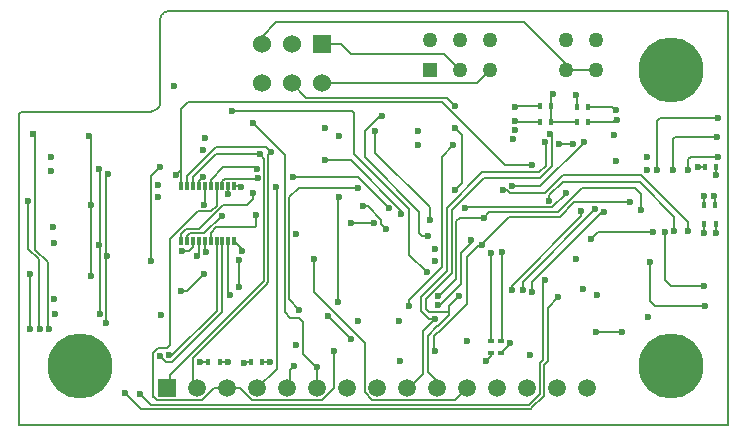
<source format=gbl>
G04*
G04 #@! TF.GenerationSoftware,Altium Limited,Altium Designer,18.1.9 (240)*
G04*
G04 Layer_Physical_Order=4*
G04 Layer_Color=16711680*
%FSLAX44Y44*%
%MOMM*%
G71*
G01*
G75*
%ADD10C,0.2000*%
%ADD20C,0.1520*%
%ADD21R,0.4500X0.6000*%
%ADD22R,0.6000X0.4500*%
%ADD23R,0.4000X0.6000*%
%ADD55C,1.5000*%
%ADD56R,1.5000X1.5000*%
%ADD57C,1.2700*%
%ADD58R,1.2700X1.2700*%
%ADD59R,1.5240X1.5240*%
%ADD60C,1.5240*%
%ADD61C,5.5000*%
%ADD62C,0.6000*%
%ADD63R,0.3000X0.7000*%
D10*
X59766Y244846D02*
X61468Y243144D01*
Y186436D02*
Y243144D01*
X59764Y244844D02*
X59766Y244846D01*
X73914Y209914D02*
X76000Y212000D01*
X73914Y143764D02*
Y209914D01*
X200740Y284120D02*
X205600Y288980D01*
X229600Y28851D02*
Y46212D01*
X256400Y322000D02*
X273000D01*
X281000Y314000D01*
X359934D01*
X373634Y300300D01*
X157000Y186436D02*
X157480Y186916D01*
Y201880D01*
X177500Y195000D02*
Y201900D01*
X187330D02*
X188230Y201000D01*
X182500Y201900D02*
X187330D01*
X590000Y211328D02*
X590500Y211828D01*
Y218315D01*
X581185Y218000D02*
X581500Y218315D01*
X574999Y218000D02*
X581185D01*
X579500Y186000D02*
X580000Y186500D01*
X589000Y194000D02*
X589500Y193500D01*
Y186000D02*
Y193500D01*
X580000Y186500D02*
Y194000D01*
X590000Y162244D02*
Y170000D01*
Y162000D02*
Y162244D01*
X579824Y169824D02*
X580000Y170000D01*
X579824Y162244D02*
Y169824D01*
X191430Y53000D02*
X196902D01*
X191055Y52625D02*
X191430Y53000D01*
X205902D02*
X212402D01*
X153114D02*
X160250D01*
X147590Y56590D02*
X209000Y118000D01*
X147590Y34660D02*
X151250Y31000D01*
X147590Y34660D02*
Y56590D01*
X170250Y53000D02*
X177000D01*
X441708Y201740D02*
X478790Y238822D01*
X418020Y201740D02*
X441708D01*
X478790Y238822D02*
Y239776D01*
X445390Y196216D02*
X460502Y211328D01*
X415732Y196216D02*
X445390D01*
X413361Y198587D02*
X415732Y196216D01*
X410020Y198587D02*
X413361D01*
X473061Y256032D02*
X473064Y256030D01*
X450778Y256032D02*
X473061D01*
X450647Y278647D02*
X452000Y280000D01*
X450647Y269494D02*
Y278647D01*
X566928Y217170D02*
Y224953D01*
X569000Y227025D01*
X592023D01*
X399542Y57846D02*
Y60770D01*
X396000Y54304D02*
X399542Y57846D01*
X396000Y54304D02*
Y56228D01*
X14000Y148156D02*
X24784Y137372D01*
Y82216D02*
Y137372D01*
Y82216D02*
X26000Y81000D01*
X17272Y81728D02*
Y139900D01*
Y81728D02*
X18000Y81000D01*
X10000Y81000D02*
Y128000D01*
X8000Y149172D02*
X17272Y139900D01*
X152712Y165524D02*
X173112Y185924D01*
X192924D01*
X198044Y191044D02*
Y195834D01*
X192924Y185924D02*
X198044Y191044D01*
X218380Y47329D02*
Y200466D01*
X217825Y201021D02*
X218380Y200466D01*
X204200Y28851D02*
X205946Y30596D01*
X202050Y31000D02*
X218380Y47329D01*
X202078Y208366D02*
X202246Y208534D01*
X174578Y208366D02*
X202078D01*
X172500Y201900D02*
Y206288D01*
X174578Y208366D01*
X137500Y113538D02*
X142538D01*
X157000Y128000D01*
X369778Y251000D02*
X375158Y245620D01*
X363010Y276814D02*
X369824Y270000D01*
X243166Y276814D02*
X363010D01*
X375158Y204724D02*
Y245620D01*
X302070Y230344D02*
X348010Y184404D01*
X302070Y230344D02*
Y248666D01*
X207962Y205109D02*
Y225108D01*
X203962Y229108D02*
X207962Y225108D01*
X128000Y42244D02*
X166055Y80299D01*
X128000Y28851D02*
Y42244D01*
X166758Y80742D02*
X207967Y121951D01*
X166055Y80299D02*
Y81445D01*
X207967Y121951D02*
Y205104D01*
X196436Y195834D02*
X198044D01*
X211491Y120491D02*
Y228509D01*
X209000Y118000D02*
X211491Y120491D01*
Y228509D02*
X213614Y230632D01*
X207962Y205109D02*
X207967Y205104D01*
X225122Y95202D02*
Y228776D01*
X166859Y234902D02*
X209344D01*
X142500Y210543D02*
X166859Y234902D01*
X295502Y185000D02*
X307038Y173464D01*
X291440Y185000D02*
X295502D01*
X411480Y219710D02*
X434848D01*
X358170Y273020D02*
X411480Y219710D01*
X137500Y215526D02*
Y267548D01*
Y201900D02*
Y215526D01*
X133000Y211026D02*
X137500Y215526D01*
Y155900D02*
Y161376D01*
X141648Y165524D01*
X152712D01*
X147500Y150376D02*
Y155900D01*
X145000Y162000D02*
X157000D01*
X142500Y159500D02*
X145000Y162000D01*
X142500Y155900D02*
Y159500D01*
X137922Y146812D02*
X143936D01*
X162728Y180524D02*
X167500Y185296D01*
X151664Y180524D02*
X162728D01*
X167500Y185296D02*
Y201900D01*
X157000Y162000D02*
X172000Y177000D01*
X202246Y208534D02*
X202438D01*
X128270Y67752D02*
Y157130D01*
X151664Y180524D01*
X481871Y269240D02*
X502325D01*
X472872Y269240D02*
Y278129D01*
X472000Y279000D02*
X472872Y278129D01*
X450647Y269494D02*
X450778Y269363D01*
Y256032D02*
Y269363D01*
X421298Y256032D02*
X441778D01*
X420141Y257189D02*
X421298Y256032D01*
X456946Y237490D02*
X469646D01*
X408686Y70770D02*
Y70850D01*
Y69770D02*
Y70770D01*
X142972Y273020D02*
X358170D01*
X358156Y146380D02*
Y226584D01*
X368046Y236474D01*
X356600Y28851D02*
Y34528D01*
X73914Y96840D02*
Y143764D01*
Y86360D02*
X74104Y86550D01*
Y96650D01*
X73914Y96840D02*
X74104Y96650D01*
X547370Y122278D02*
X552086Y117562D01*
X580595D01*
X538550Y100514D02*
X581000D01*
X157480Y201880D02*
X157500Y201900D01*
X209000Y118000D02*
X209000D01*
X90218Y26638D02*
X103380Y13476D01*
X102902Y25860D02*
X111762Y17000D01*
X387714Y288980D02*
X399034Y300300D01*
X256400Y288980D02*
X387714D01*
X8000Y149172D02*
Y189000D01*
X14000Y148156D02*
Y248666D01*
X267000Y30973D02*
Y62230D01*
X257003Y20976D02*
X267000Y30973D01*
X252850Y48851D02*
X252999Y49000D01*
X252850Y31000D02*
Y48851D01*
X433815Y13476D02*
Y13990D01*
X444524Y24698D01*
Y50540D01*
X447906Y53922D01*
Y99164D01*
X441000Y26158D02*
Y52000D01*
X443842Y54842D01*
Y121262D01*
X431842Y17000D02*
X441000Y26158D01*
X103380Y13476D02*
X433815D01*
X117305Y20976D02*
X155403D01*
X114094Y24187D02*
X117305Y20976D01*
X111762Y17000D02*
X431842D01*
X293068Y27406D02*
Y69545D01*
Y27406D02*
X299499Y20976D01*
X369827D02*
X379851Y31000D01*
X299499Y20976D02*
X369827D01*
X187493Y31000D02*
X197517Y20976D01*
X231603D01*
X231627Y21000D01*
X248674D01*
X248699Y20976D01*
X257003D01*
X176651Y31000D02*
X187493D01*
X114094Y24187D02*
Y60819D01*
Y23805D02*
Y24187D01*
X155403Y20976D02*
X165427Y31000D01*
X176651D01*
X484378Y157226D02*
X490220Y163068D01*
X488950Y78410D02*
X510464D01*
X408686Y70850D02*
X408940Y71104D01*
Y146050D01*
X408686Y60452D02*
X416306Y68072D01*
X408686Y59770D02*
Y60452D01*
X251736Y49000D02*
X252999D01*
X152406Y29845D02*
X153400Y28851D01*
X240998Y59738D02*
X251736Y49000D01*
X229600Y46212D02*
X233172Y49784D01*
X128000Y28851D02*
X128230D01*
X231000Y288980D02*
X243166Y276814D01*
X205600Y328536D02*
X218186Y341122D01*
X205600Y322000D02*
Y328536D01*
X355600Y108712D02*
X370586Y123698D01*
X463804Y300482D02*
X489204D01*
X463804D02*
Y305562D01*
X428244Y341122D02*
X463804Y305562D01*
X382778Y153670D02*
Y156054D01*
X374650Y145542D02*
X382778Y153670D01*
X505714Y258318D02*
X506176D01*
X503426Y256030D02*
X505714Y258318D01*
X482063Y256030D02*
X503426D01*
X68580Y93980D02*
Y217424D01*
X355092Y101346D02*
X356616D01*
X379192Y102107D02*
Y141702D01*
X354978Y78438D02*
X355523D01*
X364538Y93200D02*
Y96266D01*
X354095Y83360D02*
X354698D01*
X340662Y96218D02*
X347218Y89662D01*
X344726Y97996D02*
X347170Y95552D01*
X363824D01*
X364538Y96266D01*
X354698Y83360D02*
X364538Y93200D01*
X355523Y78438D02*
X379192Y102107D01*
X347218Y89662D02*
X352806D01*
X352298D02*
X352806D01*
X342138Y79502D02*
X352298Y89662D01*
X364538Y100378D02*
X373126Y108966D01*
X364538Y96266D02*
Y100378D01*
X355346Y108966D02*
X355600Y108712D01*
X356616Y101346D02*
X374650Y119380D01*
X419608Y248920D02*
X420116Y249428D01*
X229646Y90678D02*
X237648D01*
X225122Y95202D02*
X229646Y90678D01*
X229186Y106094D02*
Y192402D01*
Y106094D02*
X237744Y97536D01*
X229186Y192402D02*
X236936Y200152D01*
X198628Y255270D02*
X225122Y228776D01*
X236936Y200152D02*
X287528D01*
X237648Y90678D02*
X240998Y87328D01*
Y59738D02*
Y87328D01*
X249936Y112677D02*
X293068Y69545D01*
X249936Y112677D02*
Y139900D01*
X125288Y64770D02*
X128270Y67752D01*
X147500Y209796D02*
X166812Y229108D01*
X203962D01*
X142500Y201900D02*
Y210543D01*
X147500Y201900D02*
Y209796D01*
X204216Y325120D02*
Y327152D01*
X218186Y341122D02*
X428244D01*
X281088Y224028D02*
X324086Y181030D01*
X259588Y224028D02*
X281088D01*
X324086Y178544D02*
Y181030D01*
X534162Y104902D02*
Y137414D01*
Y104902D02*
X538550Y100514D01*
X547370Y122278D02*
Y163068D01*
X270764Y192024D02*
X271526Y192786D01*
X270764Y104140D02*
Y192024D01*
X281432Y171196D02*
X301112D01*
X301244Y171064D01*
X287118Y209804D02*
X313389Y183533D01*
X232410Y209804D02*
X287118D01*
X112268Y210570D02*
X120013Y218315D01*
X112268Y138938D02*
Y210570D01*
X186944Y116332D02*
Y139192D01*
X177500Y111282D02*
X178800Y109982D01*
X172500Y95755D02*
Y155900D01*
X177500Y111282D02*
Y155900D01*
X129926Y53181D02*
X172500Y95755D01*
X167500Y96502D02*
Y155900D01*
X369316Y198882D02*
X375158Y204724D01*
X293068Y248618D02*
X306070Y261620D01*
X307594D01*
X358140Y146364D02*
X358156Y146380D01*
X351234Y126698D02*
X358156Y133620D01*
Y141084D01*
X358140Y141100D02*
Y146364D01*
Y141100D02*
X358156Y141084D01*
X393605Y208788D02*
X441763D01*
X366522Y181705D02*
X393605Y208788D01*
X441763D02*
X451866Y218891D01*
X440842Y213614D02*
X446532Y219304D01*
X392684Y213614D02*
X440842D01*
X362458Y183388D02*
X392684Y213614D01*
X348010Y172974D02*
Y184404D01*
X293068Y226362D02*
Y248618D01*
X341630Y160020D02*
X346928D01*
X339090Y162560D02*
X341630Y160020D01*
X339090Y162560D02*
Y180340D01*
X284226Y228854D02*
X330708Y182372D01*
Y143764D02*
Y182372D01*
Y143764D02*
X345440Y129032D01*
X293068Y226362D02*
X339090Y180340D01*
X180594Y265684D02*
X282194D01*
X284226Y263652D01*
Y228854D02*
Y263652D01*
X351234Y126632D02*
Y126698D01*
X330454Y105852D02*
X351234Y126632D01*
X330454Y100584D02*
Y105852D01*
X340662Y108459D02*
X362458Y130255D01*
X344726Y106728D02*
X366522Y128524D01*
X344726Y97996D02*
Y106728D01*
X340662Y96218D02*
Y108459D01*
X366522Y128524D02*
Y181705D01*
X373446Y175326D02*
X394020D01*
X370586Y172466D02*
X373446Y175326D01*
X370586Y123698D02*
Y172466D01*
X374650Y119380D02*
Y145542D01*
X379192Y141702D02*
X389890Y152400D01*
X137500Y267548D02*
X142972Y273020D01*
X209344Y234902D02*
X213614Y230632D01*
X152500Y201900D02*
Y206094D01*
X155956Y209550D01*
Y210058D01*
X162500Y207524D02*
X173166Y218190D01*
X162500Y201900D02*
Y207524D01*
X173166Y218190D02*
X200402D01*
X201676Y216916D01*
X201168Y168402D02*
Y177358D01*
X199897Y167131D02*
X201168Y168402D01*
X167477Y167131D02*
X199897D01*
X307038Y169974D02*
Y173464D01*
Y169974D02*
X310896Y166116D01*
X150996Y142614D02*
X152500Y144118D01*
Y155900D01*
X143936Y146812D02*
X147500Y150376D01*
X157500Y148062D02*
X159004Y146558D01*
X157500Y148062D02*
Y155900D01*
X129972Y58975D02*
X167500Y96502D01*
X460502Y211328D02*
X526796D01*
X460502Y205486D02*
X525780D01*
X449160Y194144D02*
X460502Y205486D01*
X449160Y189738D02*
Y194144D01*
X398574Y179880D02*
X456232D01*
X394020Y175326D02*
X398574Y179880D01*
X415033Y175816D02*
X457915D01*
X392430Y153213D02*
X415033Y175816D01*
X470567Y188468D02*
X517652D01*
X457915Y175816D02*
X470567Y188468D01*
X476758Y200406D02*
X522224D01*
X456232Y179880D02*
X476758Y200406D01*
X527050Y181732D02*
Y195580D01*
X522224Y200406D02*
X527050Y195580D01*
X554990Y163830D02*
Y176276D01*
X525780Y205486D02*
X554990Y176276D01*
X566674Y164338D02*
Y171450D01*
X526796Y211328D02*
X566674Y171450D01*
X447906Y99164D02*
X457020Y108278D01*
X443842Y121262D02*
X445262Y122682D01*
X434340Y112776D02*
Y120584D01*
X446024Y239268D02*
X446532Y238760D01*
X451560Y183944D02*
X463296Y195680D01*
Y196596D01*
X378254Y183944D02*
X451560D01*
X476504Y176661D02*
Y181178D01*
X417627Y117784D02*
X476504Y176661D01*
X426720Y121129D02*
X487934Y182343D01*
X457200Y237744D02*
X457708D01*
X456946Y237490D02*
X457200Y237744D01*
X451866Y218891D02*
Y244602D01*
X434340Y120584D02*
X493842Y180086D01*
X495554D01*
X490220Y163068D02*
X537464D01*
X487934Y182343D02*
Y182372D01*
X450088Y246380D02*
X451866Y244602D01*
X446532Y219304D02*
Y238760D01*
X420624Y269240D02*
X420878Y269494D01*
X441646D01*
X505119Y266446D02*
X505460D01*
X502325Y269240D02*
X505119Y266446D01*
X540824Y257360D02*
X543306Y259842D01*
X540824Y216466D02*
Y257360D01*
X543306Y259842D02*
X592074D01*
X553974Y216662D02*
Y242062D01*
X555346Y243434D01*
X378206Y183896D02*
X378254Y183944D01*
X555346Y243434D02*
X591668D01*
X127526Y58975D02*
X129972D01*
X118045Y64770D02*
X125288D01*
X162500Y162154D02*
X167477Y167131D01*
X162500Y155900D02*
Y162154D01*
X189230Y146812D02*
Y149170D01*
X119888Y58419D02*
X125126Y53181D01*
X114094Y60819D02*
X118045Y64770D01*
X125126Y53181D02*
X129926D01*
X182500Y155900D02*
X189230Y149170D01*
X362458Y130255D02*
Y183388D01*
X399796Y71054D02*
Y145796D01*
X401320Y144272D01*
X417627Y114415D02*
Y117784D01*
X262128Y91694D02*
X281178Y72644D01*
X346202Y75467D02*
X354095Y83360D01*
X351584Y75044D02*
X354978Y78438D01*
X342138Y42926D02*
Y79502D01*
X331200Y28851D02*
Y31988D01*
X342138Y42926D01*
X346202Y44926D02*
X356600Y34528D01*
X346202Y44926D02*
Y75467D01*
X426720Y114300D02*
Y121129D01*
X392430Y152400D02*
Y153213D01*
X389890Y152400D02*
X392430D01*
X351584Y63198D02*
Y75044D01*
Y63198D02*
X352552Y62230D01*
X73914Y143764D02*
X74676Y143002D01*
Y142494D02*
Y143002D01*
X73406Y143764D02*
X73914D01*
X66876Y215270D02*
X68400Y216794D01*
X67310Y152400D02*
X68072D01*
X61468Y126492D02*
Y186436D01*
X60960Y125984D02*
X61468Y126492D01*
D20*
X0Y0D02*
Y261586D01*
Y0D02*
X600202D01*
Y350012D01*
X129000D02*
X600202D01*
X126828Y350000D02*
X129000Y350012D01*
X126156Y350000D02*
X126828Y350000D01*
X124837Y349738D02*
X126156Y350000D01*
X123594Y349223D02*
X124837Y349738D01*
X122476Y348475D02*
X123594Y349223D01*
X122000Y348000D02*
X122476Y348475D01*
X121524Y347524D02*
X122000Y348000D01*
X120777Y346406D02*
X121524Y347524D01*
X120262Y345163D02*
X120777Y346406D01*
X120000Y343844D02*
X120262Y345163D01*
X120000Y343172D02*
Y343844D01*
X120000Y274828D02*
X120000Y343172D01*
X120000Y274828D02*
X120053Y273918D01*
X119892Y272102D02*
X120053Y273918D01*
X119380Y270353D02*
X119892Y272102D01*
X118536Y268738D02*
X119380Y270353D01*
X118000Y268000D02*
X118536Y268738D01*
X117184Y267300D02*
X118000Y268000D01*
X115368Y266155D02*
X117184Y267300D01*
X113363Y265387D02*
X115368Y266155D01*
X111246Y265024D02*
X113363Y265387D01*
X110172Y265000D02*
X111246Y265024D01*
X3414Y265000D02*
X110172D01*
X3078Y265000D02*
X3414Y265000D01*
X2418Y264869D02*
X3078Y265000D01*
X1797Y264611D02*
X2418Y264869D01*
X1238Y264238D02*
X1797Y264611D01*
X1000Y264000D02*
X1238Y264238D01*
X762Y263762D02*
X1000Y264000D01*
X389Y263203D02*
X762Y263762D01*
X131Y262582D02*
X389Y263203D01*
X0Y261922D02*
X131Y262582D01*
X0Y261586D02*
Y261922D01*
D21*
X580000Y170000D02*
D03*
X590000D02*
D03*
X170250Y53000D02*
D03*
X160250D02*
D03*
D22*
X399542Y70770D02*
D03*
Y60770D02*
D03*
X408686Y70770D02*
D03*
Y60770D02*
D03*
D23*
X581500Y218315D02*
D03*
X590500D02*
D03*
X589500Y186000D02*
D03*
X580500D02*
D03*
X196902Y53000D02*
D03*
X205902D02*
D03*
X481871Y269240D02*
D03*
X472872D02*
D03*
X450778Y256032D02*
D03*
X441778D02*
D03*
X450647Y269494D02*
D03*
X441646D02*
D03*
X473064Y256030D02*
D03*
X482063D02*
D03*
D55*
X379851Y31000D02*
D03*
X354450D02*
D03*
X405251D02*
D03*
X430650D02*
D03*
X456050D02*
D03*
X481451D02*
D03*
X278251D02*
D03*
X252850D02*
D03*
X303650D02*
D03*
X329050D02*
D03*
X227451D02*
D03*
X202050D02*
D03*
X151250D02*
D03*
X176651D02*
D03*
D56*
X125850D02*
D03*
D57*
X489204Y300300D02*
D03*
Y325700D02*
D03*
X463804Y300300D02*
D03*
Y325700D02*
D03*
X399034Y300300D02*
D03*
Y325700D02*
D03*
X373634Y300300D02*
D03*
Y325700D02*
D03*
X348234D02*
D03*
D58*
Y300300D02*
D03*
D59*
X256400Y322000D02*
D03*
D60*
X231000D02*
D03*
X205600D02*
D03*
X256400Y288980D02*
D03*
X231000D02*
D03*
X205600D02*
D03*
D61*
X552000Y50000D02*
D03*
Y300000D02*
D03*
X52000Y50000D02*
D03*
D62*
X12296Y246512D02*
D03*
X59766Y244846D02*
D03*
X76000Y212000D02*
D03*
X131750Y287000D02*
D03*
X157000Y186436D02*
D03*
X177500Y195000D02*
D03*
X188230Y201000D02*
D03*
X590000Y211328D02*
D03*
X574999Y218000D02*
D03*
X589000Y194000D02*
D03*
X580000D02*
D03*
X590000Y162244D02*
D03*
X579824D02*
D03*
X191055Y52625D02*
D03*
X212402Y53000D02*
D03*
X153114D02*
D03*
X177000D02*
D03*
X452000Y280000D02*
D03*
X271000Y244475D02*
D03*
X433000Y58975D02*
D03*
X396000Y54304D02*
D03*
X505454Y223376D02*
D03*
X504000Y245620D02*
D03*
X26000Y81000D02*
D03*
X18000D02*
D03*
X10000Y81000D02*
D03*
Y128000D02*
D03*
X157000D02*
D03*
X369778Y251000D02*
D03*
X369824Y270000D02*
D03*
X338000Y248666D02*
D03*
X337960Y236474D02*
D03*
X302070Y248666D02*
D03*
X198044Y195834D02*
D03*
X217825Y201021D02*
D03*
X291440Y185000D02*
D03*
X118000Y192786D02*
D03*
Y203000D02*
D03*
X133000Y211026D02*
D03*
X137922Y146812D02*
D03*
X172000Y177000D02*
D03*
X472000Y279000D02*
D03*
X120396Y93000D02*
D03*
X580595Y117562D02*
D03*
X581000Y100514D02*
D03*
X102902Y25860D02*
D03*
X8000Y189000D02*
D03*
X27152Y226700D02*
D03*
X27744Y214846D02*
D03*
X30000Y153810D02*
D03*
X267000Y62230D02*
D03*
X484378Y157226D02*
D03*
X488950Y78410D02*
D03*
X252999Y49000D02*
D03*
X233172Y49784D02*
D03*
X259080Y251206D02*
D03*
X382778Y156054D02*
D03*
X506176Y258318D02*
D03*
X352806Y89662D02*
D03*
X355092Y101346D02*
D03*
X355346Y108966D02*
D03*
X368046Y236474D02*
D03*
X420116Y249428D02*
D03*
X198628Y255270D02*
D03*
X237744Y97536D02*
D03*
X249936Y139900D02*
D03*
X29464Y167386D02*
D03*
X30390Y93554D02*
D03*
X30308Y106254D02*
D03*
X157500Y242590D02*
D03*
X155956Y232410D02*
D03*
X532130Y215900D02*
D03*
X532638Y91186D02*
D03*
X531830Y226522D02*
D03*
X534162Y137414D02*
D03*
X271526Y192786D02*
D03*
X281432Y171196D02*
D03*
X270764Y104140D02*
D03*
X287528Y200152D02*
D03*
X202438Y208534D02*
D03*
X120013Y218315D02*
D03*
X112268Y138938D02*
D03*
X137500Y113538D02*
D03*
X186944Y139192D02*
D03*
X178800Y109982D02*
D03*
X186944Y116332D02*
D03*
X307594Y261620D02*
D03*
X418338Y241808D02*
D03*
X434848Y219710D02*
D03*
X369316Y198882D02*
D03*
X348010Y172974D02*
D03*
X346928Y160020D02*
D03*
X180594Y265684D02*
D03*
X352362Y138684D02*
D03*
Y148780D02*
D03*
X345440Y129032D02*
D03*
X155956Y210058D02*
D03*
X201676Y216916D02*
D03*
X213614Y230632D02*
D03*
X203962Y229108D02*
D03*
X232410Y209804D02*
D03*
X201168Y177358D02*
D03*
X301244Y171064D02*
D03*
X234980Y161514D02*
D03*
X310896Y166116D02*
D03*
X259588Y224028D02*
D03*
X150996Y142614D02*
D03*
X159004Y146558D02*
D03*
X324086Y178544D02*
D03*
X313389Y183533D02*
D03*
X517652Y188468D02*
D03*
X527050Y181732D02*
D03*
X566674Y164338D02*
D03*
X554990Y163830D02*
D03*
X445262Y122682D02*
D03*
X446024Y239268D02*
D03*
X463296Y196596D02*
D03*
X476504Y181178D02*
D03*
X457708Y237744D02*
D03*
X469646Y237490D02*
D03*
X537464Y163068D02*
D03*
X495554Y180086D02*
D03*
X487934Y182372D02*
D03*
X450088Y246380D02*
D03*
X478790Y239776D02*
D03*
X420141Y257189D02*
D03*
X420624Y269240D02*
D03*
X505460Y266446D02*
D03*
X547370Y163068D02*
D03*
X540824Y216000D02*
D03*
X566928D02*
D03*
X553974D02*
D03*
X592023Y227025D02*
D03*
X591668Y243434D02*
D03*
X592074Y259842D02*
D03*
X416306Y69072D02*
D03*
X378206Y183896D02*
D03*
X189230Y146812D02*
D03*
X119888Y58419D02*
D03*
X127526Y58975D02*
D03*
X90218Y26638D02*
D03*
X471678Y140208D02*
D03*
X394020Y175326D02*
D03*
X323202Y54304D02*
D03*
X281178Y72644D02*
D03*
X262128Y91694D02*
D03*
X287274Y87884D02*
D03*
X322072D02*
D03*
X235204Y67818D02*
D03*
X477520Y115014D02*
D03*
X489557Y110137D02*
D03*
X410020Y198587D02*
D03*
X418020Y201740D02*
D03*
X330454Y100584D02*
D03*
X373126Y108966D02*
D03*
X449160Y189738D02*
D03*
X392430Y152400D02*
D03*
X399796Y145796D02*
D03*
X379730Y70850D02*
D03*
X352552Y62230D02*
D03*
X408940Y146050D02*
D03*
X74676Y142494D02*
D03*
X417627Y114415D02*
D03*
X426720Y114300D02*
D03*
X434340Y112776D02*
D03*
X68400Y216794D02*
D03*
X68072Y152400D02*
D03*
X68580Y93980D02*
D03*
X73914Y86360D02*
D03*
X60960Y125984D02*
D03*
X61468Y186436D02*
D03*
X510464Y78410D02*
D03*
X457020Y108278D02*
D03*
D63*
X137500Y155900D02*
D03*
Y201900D02*
D03*
X142500Y155900D02*
D03*
Y201900D02*
D03*
X147500Y155900D02*
D03*
Y201900D02*
D03*
X152500Y155900D02*
D03*
Y201900D02*
D03*
X157500Y155900D02*
D03*
Y201900D02*
D03*
X162500Y155900D02*
D03*
Y201900D02*
D03*
X167500Y155900D02*
D03*
Y201900D02*
D03*
X172500Y155900D02*
D03*
Y201900D02*
D03*
X177500Y155900D02*
D03*
Y201900D02*
D03*
X182500Y155900D02*
D03*
Y201900D02*
D03*
M02*

</source>
